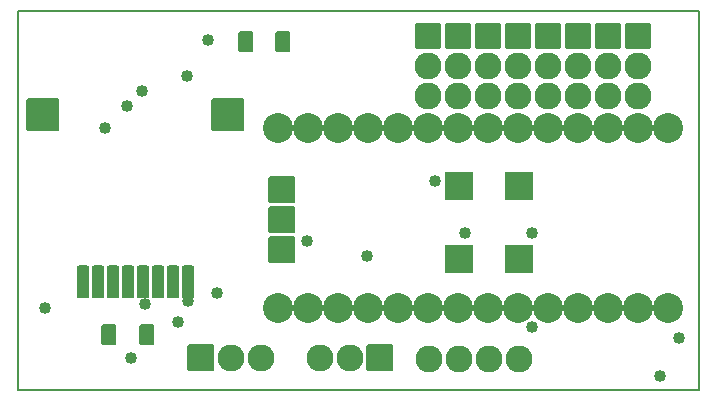
<source format=gbr>
G04 PROTEUS GERBER X2 FILE*
%TF.GenerationSoftware,Labcenter,Proteus,8.15-SP1-Build34318*%
%TF.CreationDate,2024-05-26T10:12:06+00:00*%
%TF.FileFunction,Soldermask,Bot*%
%TF.FilePolarity,Negative*%
%TF.Part,Single*%
%TF.SameCoordinates,{c1c5c1e2-d9f3-4829-891e-9e67f3fcbee4}*%
%FSLAX45Y45*%
%MOMM*%
G01*
%TA.AperFunction,Material*%
%ADD72C,1.016000*%
%TA.AperFunction,Material*%
%ADD73C,2.540000*%
%AMPPAD024*
4,1,36,
-0.952500,1.079500,
0.952500,1.079500,
0.978470,1.076970,
1.002480,1.069700,
1.024080,1.058150,
1.042790,1.042790,
1.058150,1.024070,
1.069700,1.002480,
1.076970,0.978470,
1.079500,0.952500,
1.079500,-0.952500,
1.076970,-0.978470,
1.069700,-1.002480,
1.058150,-1.024070,
1.042790,-1.042790,
1.024080,-1.058150,
1.002480,-1.069700,
0.978470,-1.076970,
0.952500,-1.079500,
-0.952500,-1.079500,
-0.978470,-1.076970,
-1.002480,-1.069700,
-1.024080,-1.058150,
-1.042790,-1.042790,
-1.058150,-1.024070,
-1.069700,-1.002480,
-1.076970,-0.978470,
-1.079500,-0.952500,
-1.079500,0.952500,
-1.076970,0.978470,
-1.069700,1.002480,
-1.058150,1.024070,
-1.042790,1.042790,
-1.024080,1.058150,
-1.002480,1.069700,
-0.978470,1.076970,
-0.952500,1.079500,
0*%
%TA.AperFunction,Material*%
%ADD30PPAD024*%
%ADD31C,2.286000*%
%AMPPAD036*
4,1,36,
-0.381000,-1.397000,
0.381000,-1.397000,
0.406970,-1.394470,
0.430980,-1.387200,
0.452580,-1.375650,
0.471290,-1.360290,
0.486650,-1.341570,
0.498200,-1.319980,
0.505470,-1.295970,
0.508000,-1.270000,
0.508000,1.270000,
0.505470,1.295970,
0.498200,1.319980,
0.486650,1.341570,
0.471290,1.360290,
0.452580,1.375650,
0.430980,1.387200,
0.406970,1.394470,
0.381000,1.397000,
-0.381000,1.397000,
-0.406970,1.394470,
-0.430980,1.387200,
-0.452580,1.375650,
-0.471290,1.360290,
-0.486650,1.341570,
-0.498200,1.319980,
-0.505470,1.295970,
-0.508000,1.270000,
-0.508000,-1.270000,
-0.505470,-1.295970,
-0.498200,-1.319980,
-0.486650,-1.341570,
-0.471290,-1.360290,
-0.452580,-1.375650,
-0.430980,-1.387200,
-0.406970,-1.394470,
-0.381000,-1.397000,
0*%
%TA.AperFunction,Material*%
%ADD42PPAD036*%
%AMPPAD037*
4,1,36,
-1.270000,-1.397000,
1.270000,-1.397000,
1.295970,-1.394470,
1.319980,-1.387200,
1.341580,-1.375650,
1.360290,-1.360290,
1.375650,-1.341570,
1.387200,-1.319980,
1.394470,-1.295970,
1.397000,-1.270000,
1.397000,1.270000,
1.394470,1.295970,
1.387200,1.319980,
1.375650,1.341570,
1.360290,1.360290,
1.341580,1.375650,
1.319980,1.387200,
1.295970,1.394470,
1.270000,1.397000,
-1.270000,1.397000,
-1.295970,1.394470,
-1.319980,1.387200,
-1.341580,1.375650,
-1.360290,1.360290,
-1.375650,1.341570,
-1.387200,1.319980,
-1.394470,1.295970,
-1.397000,1.270000,
-1.397000,-1.270000,
-1.394470,-1.295970,
-1.387200,-1.319980,
-1.375650,-1.341570,
-1.360290,-1.360290,
-1.341580,-1.375650,
-1.319980,-1.387200,
-1.295970,-1.394470,
-1.270000,-1.397000,
0*%
%ADD43PPAD037*%
%AMPPAD030*
4,1,36,
-1.143000,-1.016000,
-1.143000,1.016000,
-1.140470,1.041970,
-1.133200,1.065980,
-1.121650,1.087580,
-1.106290,1.106290,
-1.087570,1.121650,
-1.065980,1.133200,
-1.041970,1.140470,
-1.016000,1.143000,
1.016000,1.143000,
1.041970,1.140470,
1.065980,1.133200,
1.087570,1.121650,
1.106290,1.106290,
1.121650,1.087580,
1.133200,1.065980,
1.140470,1.041970,
1.143000,1.016000,
1.143000,-1.016000,
1.140470,-1.041970,
1.133200,-1.065980,
1.121650,-1.087580,
1.106290,-1.106290,
1.087570,-1.121650,
1.065980,-1.133200,
1.041970,-1.140470,
1.016000,-1.143000,
-1.016000,-1.143000,
-1.041970,-1.140470,
-1.065980,-1.133200,
-1.087570,-1.121650,
-1.106290,-1.106290,
-1.121650,-1.087580,
-1.133200,-1.065980,
-1.140470,-1.041970,
-1.143000,-1.016000,
0*%
%TA.AperFunction,Material*%
%ADD36PPAD030*%
%AMPPAD038*
4,1,4,
1.219200,-1.181100,
1.219200,1.181100,
-1.219200,1.181100,
-1.219200,-1.181100,
1.219200,-1.181100,
0*%
%TA.AperFunction,Material*%
%ADD44PPAD038*%
%AMPPAD035*
4,1,36,
1.143000,-1.016000,
1.143000,1.016000,
1.140470,1.041970,
1.133200,1.065980,
1.121650,1.087580,
1.106290,1.106290,
1.087570,1.121650,
1.065980,1.133200,
1.041970,1.140470,
1.016000,1.143000,
-1.016000,1.143000,
-1.041970,1.140470,
-1.065980,1.133200,
-1.087570,1.121650,
-1.106290,1.106290,
-1.121650,1.087580,
-1.133200,1.065980,
-1.140470,1.041970,
-1.143000,1.016000,
-1.143000,-1.016000,
-1.140470,-1.041970,
-1.133200,-1.065980,
-1.121650,-1.087580,
-1.106290,-1.106290,
-1.087570,-1.121650,
-1.065980,-1.133200,
-1.041970,-1.140470,
-1.016000,-1.143000,
1.016000,-1.143000,
1.041970,-1.140470,
1.065980,-1.133200,
1.087570,-1.121650,
1.106290,-1.106290,
1.121650,-1.087580,
1.133200,-1.065980,
1.140470,-1.041970,
1.143000,-1.016000,
0*%
%TA.AperFunction,Material*%
%ADD41PPAD035*%
%AMPPAD039*
4,1,36,
-0.508000,-0.889000,
0.508000,-0.889000,
0.533970,-0.886470,
0.557980,-0.879200,
0.579580,-0.867650,
0.598290,-0.852290,
0.613650,-0.833570,
0.625200,-0.811980,
0.632470,-0.787970,
0.635000,-0.762000,
0.635000,0.762000,
0.632470,0.787970,
0.625200,0.811980,
0.613650,0.833570,
0.598290,0.852290,
0.579580,0.867650,
0.557980,0.879200,
0.533970,0.886470,
0.508000,0.889000,
-0.508000,0.889000,
-0.533970,0.886470,
-0.557980,0.879200,
-0.579580,0.867650,
-0.598290,0.852290,
-0.613650,0.833570,
-0.625200,0.811980,
-0.632470,0.787970,
-0.635000,0.762000,
-0.635000,-0.762000,
-0.632470,-0.787970,
-0.625200,-0.811980,
-0.613650,-0.833570,
-0.598290,-0.852290,
-0.579580,-0.867650,
-0.557980,-0.879200,
-0.533970,-0.886470,
-0.508000,-0.889000,
0*%
%TA.AperFunction,Material*%
%ADD45PPAD039*%
%TA.AperFunction,Profile*%
%ADD23C,0.203200*%
%TD.AperFunction*%
D72*
X-3175000Y-508000D03*
X-1905000Y-190500D03*
X-3429000Y+1333500D03*
X-1079500Y+0D03*
X-508000Y+0D03*
X+571500Y-1206500D03*
X-2413000Y-63500D03*
X-4635500Y-635000D03*
X-1333500Y+444500D03*
X-4127500Y+889000D03*
X-3937000Y+1079500D03*
X-3810000Y+1206500D03*
X-3255707Y+1638422D03*
X+736663Y-884553D03*
X-505460Y-792988D03*
X-3786378Y-600202D03*
X-3510309Y-755231D03*
X-3424682Y-577643D03*
X-3901902Y-1056083D03*
D73*
X+387350Y+886460D03*
X+133350Y+886460D03*
X-120650Y+886460D03*
X-374650Y+886460D03*
X-628650Y+886460D03*
X-882650Y+886460D03*
X-1136650Y+886460D03*
X-1390650Y+886460D03*
X-1644650Y+886460D03*
X-1898650Y+886460D03*
X-2152650Y+886460D03*
X-2406650Y+886460D03*
X-2660650Y+886460D03*
X-2660650Y-637540D03*
X-2406650Y-637540D03*
X-2152650Y-637540D03*
X-1898650Y-637540D03*
X-1644650Y-637540D03*
X-1390650Y-637540D03*
X-1136650Y-637540D03*
X-882650Y-637540D03*
X-628650Y-637540D03*
X-374650Y-637540D03*
X-120650Y-637540D03*
X+133350Y-637540D03*
X+387350Y-637540D03*
X+641350Y-637540D03*
X+641350Y+886460D03*
D30*
X-1391920Y+1667510D03*
X-1137920Y+1667510D03*
X-883920Y+1667510D03*
X-629920Y+1667510D03*
X-375920Y+1667510D03*
X-121920Y+1667510D03*
X+132080Y+1667510D03*
X+386080Y+1667510D03*
D31*
X-1391920Y+1413510D03*
X-1137920Y+1413510D03*
X-883920Y+1413510D03*
X-629920Y+1413510D03*
X-375920Y+1413510D03*
X-121920Y+1413510D03*
X+132080Y+1413510D03*
X+386080Y+1413510D03*
X-1391920Y+1159510D03*
X-1137920Y+1159510D03*
X-883920Y+1159510D03*
X-629920Y+1159510D03*
X-375920Y+1159510D03*
X-121920Y+1159510D03*
X+132080Y+1159510D03*
X+386080Y+1159510D03*
D42*
X-3423257Y-417813D03*
X-3550257Y-417813D03*
X-3677257Y-417813D03*
X-3804257Y-417813D03*
X-3931257Y-417813D03*
X-4058257Y-417813D03*
X-4185257Y-417813D03*
X-4312257Y-417813D03*
D43*
X-4649257Y+999187D03*
X-3079257Y+999187D03*
D36*
X-2622550Y-139700D03*
X-2622550Y+114300D03*
X-2622550Y+368300D03*
D31*
X-1384300Y-1062990D03*
X-1130300Y-1062990D03*
X-876300Y-1062990D03*
X-622300Y-1062990D03*
X-2301240Y-1054100D03*
X-2047240Y-1054100D03*
D36*
X-1793240Y-1054100D03*
D44*
X-619760Y-223520D03*
X-619760Y+396480D03*
X-1130300Y-220980D03*
X-1130300Y+399020D03*
D31*
X-2802289Y-1054187D03*
X-3056289Y-1054187D03*
D41*
X-3310289Y-1054187D03*
D45*
X-2932430Y+1620012D03*
X-2617470Y+1620012D03*
X-3772916Y-866648D03*
X-4087876Y-866648D03*
D23*
X-4859022Y-1330960D02*
X+902970Y-1330960D01*
X+902970Y+1882140D01*
X-4859022Y+1882140D01*
X-4859022Y-1330960D01*
M02*

</source>
